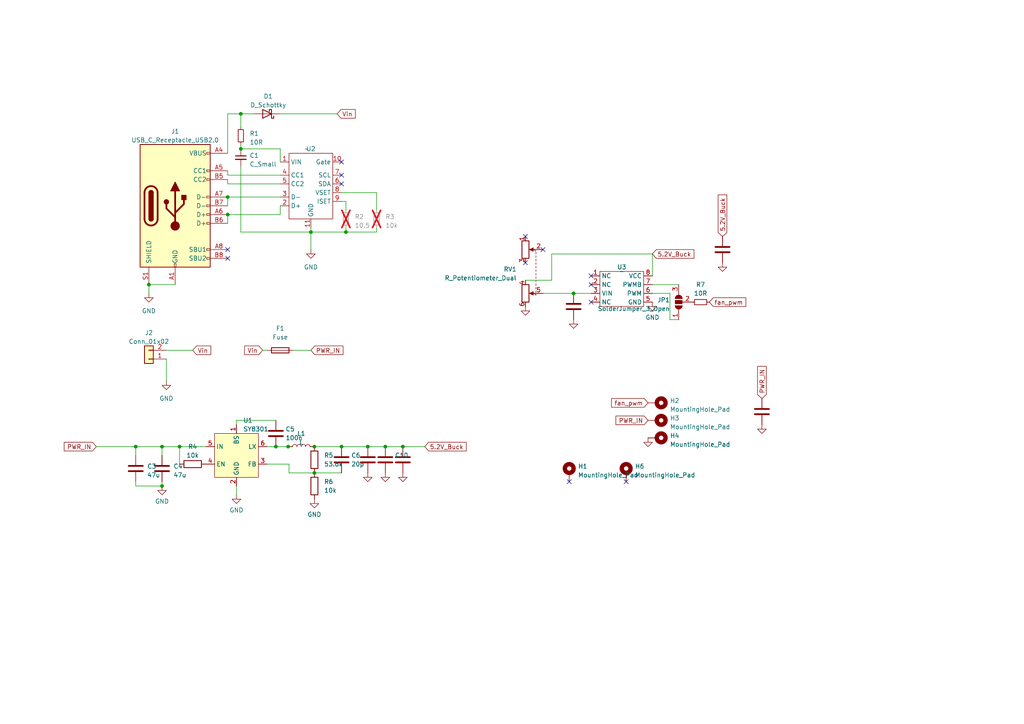
<source format=kicad_sch>
(kicad_sch (version 20230121) (generator eeschema)
  (paper "A4")
  (lib_symbols
    (symbol "0_fan:GP9101"
      (property "Reference" "U" (at 0 7.62 0))
      (symbol "GP9101_0_1"
        (rectangle (start -6.35 3.81) (end 6.35 -6.35))
      )
      (symbol "GP9101_1_1"
        (pin input line (at -8.89 2.54 0) (length 2.54) (name "NC") (number "1"))
        (pin input line (at -8.89 0 0) (length 2.54) (name "NC") (number "2"))
        (pin input line (at -8.89 -2.54 0) (length 2.54) (name "VIN") (number "3"))
        (pin input line (at -8.89 -5.08 0) (length 2.54) (name "NC") (number "4"))
        (pin input line (at 8.89 -5.08 180) (length 2.54) (name "GND") (number "5"))
        (pin input line (at 8.89 -2.54 180) (length 2.54) (name "PWM") (number "6"))
        (pin input line (at 8.89 0 180) (length 2.54) (name "PWMB") (number "7"))
        (pin input line (at 8.89 2.54 180) (length 2.54) (name "VCC") (number "8"))
      )
    )
    (symbol "Connector:USB_C_Receptacle_USB2.0" (pin_names (offset 1.016))
      (property "Reference" "J" (at -10.16 19.05 0))
      (property "Value" "USB_C_Receptacle_USB2.0" (at 19.05 19.05 0))
      (symbol "USB_C_Receptacle_USB2.0_0_0"
        (rectangle (start -0.254 -17.78) (end 0.254 -16.764))
        (rectangle (start 10.16 -14.986) (end 9.144 -15.494))
        (rectangle (start 10.16 -12.446) (end 9.144 -12.954))
        (rectangle (start 10.16 -4.826) (end 9.144 -5.334))
        (rectangle (start 10.16 -2.286) (end 9.144 -2.794))
        (rectangle (start 10.16 0.254) (end 9.144 -0.254))
        (rectangle (start 10.16 2.794) (end 9.144 2.286))
        (rectangle (start 10.16 7.874) (end 9.144 7.366))
        (rectangle (start 10.16 10.414) (end 9.144 9.906))
        (rectangle (start 10.16 15.494) (end 9.144 14.986))
      )
      (symbol "USB_C_Receptacle_USB2.0_0_1"
        (rectangle (start -10.16 17.78) (end 10.16 -17.78) (stroke (width 0.254)) (fill (type background)))
        (arc (start -8.89 -3.81) (mid -6.985 -5.7067) (end -5.08 -3.81) (stroke (width 0.508)))
        (arc (start -7.62 -3.81) (mid -6.985 -4.4423) (end -6.35 -3.81) (stroke (width 0.254)))
        (arc (start -7.62 -3.81) (mid -6.985 -4.4423) (end -6.35 -3.81) (stroke (width 0.254)) (fill (type outline)))
        (rectangle (start -7.62 -3.81) (end -6.35 3.81) (stroke (width 0.254)) (fill (type outline)))
        (arc (start -6.35 3.81) (mid -6.985 4.4423) (end -7.62 3.81) (stroke (width 0.254)))
        (arc (start -6.35 3.81) (mid -6.985 4.4423) (end -7.62 3.81) (stroke (width 0.254)) (fill (type outline)))
        (arc (start -5.08 3.81) (mid -6.985 5.7067) (end -8.89 3.81) (stroke (width 0.508)))
        (circle (center -2.54 1.143) (radius 0.635) (stroke (width 0.254)) (fill (type outline)))
        (circle (center 0 -5.842) (radius 1.27) (fill (type outline)))
        (polyline (pts (xy -8.89 -3.81) (xy -8.89 3.81)) (stroke (width 0.508)))
        (polyline (pts (xy -5.08 3.81) (xy -5.08 -3.81)) (stroke (width 0.508)))
        (polyline (pts (xy 0 -5.842) (xy 0 4.318)) (stroke (width 0.508)))
        (polyline (pts (xy 0 -3.302) (xy -2.54 -0.762) (xy -2.54 0.508)) (stroke (width 0.508)))
        (polyline (pts (xy 0 -2.032) (xy 2.54 0.508) (xy 2.54 1.778)) (stroke (width 0.508)))
        (polyline (pts (xy -1.27 4.318) (xy 0 6.858) (xy 1.27 4.318) (xy -1.27 4.318)) (stroke (width 0.254)) (fill (type outline)))
        (rectangle (start 1.905 1.778) (end 3.175 3.048) (stroke (width 0.254)) (fill (type outline)))
      )
      (symbol "USB_C_Receptacle_USB2.0_1_1"
        (pin passive line (at 0 -22.86 90) (length 5.08) (name "GND") (number "A1"))
        (pin passive line (at 0 -22.86 90) (length 5.08) hide (name "GND") (number "A12"))
        (pin passive line (at 15.24 15.24 180) (length 5.08) (name "VBUS") (number "A4"))
        (pin bidirectional line (at 15.24 10.16 180) (length 5.08) (name "CC1") (number "A5"))
        (pin bidirectional line (at 15.24 -2.54 180) (length 5.08) (name "D+") (number "A6"))
        (pin bidirectional line (at 15.24 2.54 180) (length 5.08) (name "D-") (number "A7"))
        (pin bidirectional line (at 15.24 -12.7 180) (length 5.08) (name "SBU1") (number "A8"))
        (pin passive line (at 15.24 15.24 180) (length 5.08) hide (name "VBUS") (number "A9"))
        (pin passive line (at 0 -22.86 90) (length 5.08) hide (name "GND") (number "B1"))
        (pin passive line (at 0 -22.86 90) (length 5.08) hide (name "GND") (number "B12"))
        (pin passive line (at 15.24 15.24 180) (length 5.08) hide (name "VBUS") (number "B4"))
        (pin bidirectional line (at 15.24 7.62 180) (length 5.08) (name "CC2") (number "B5"))
        (pin bidirectional line (at 15.24 -5.08 180) (length 5.08) (name "D+") (number "B6"))
        (pin bidirectional line (at 15.24 0 180) (length 5.08) (name "D-") (number "B7"))
        (pin bidirectional line (at 15.24 -15.24 180) (length 5.08) (name "SBU2") (number "B8"))
        (pin passive line (at 15.24 15.24 180) (length 5.08) hide (name "VBUS") (number "B9"))
        (pin passive line (at -7.62 -22.86 90) (length 5.08) (name "SHIELD") (number "S1"))
      )
    )
    (symbol "Connector_Generic:Conn_01x02" (pin_names (offset 1.016) hide)
      (property "Reference" "J" (at 0 2.54 0))
      (property "Value" "Conn_01x02" (at 0 -5.08 0))
      (symbol "Conn_01x02_1_1"
        (rectangle (start -1.27 -2.413) (end 0 -2.667) (stroke (width 0.1524)))
        (rectangle (start -1.27 0.127) (end 0 -0.127) (stroke (width 0.1524)))
        (rectangle (start -1.27 1.27) (end 1.27 -3.81) (stroke (width 0.254)) (fill (type background)))
        (pin passive line (at -5.08 0 0) (length 3.81) (name "Pin_1") (number "1"))
        (pin passive line (at -5.08 -2.54 0) (length 3.81) (name "Pin_2") (number "2"))
      )
    )
    (symbol "Device:C" (pin_numbers hide) (pin_names (offset 0.254))
      (property "Reference" "C" (at 0.635 2.54 0))
      (property "Value" "C" (at 0.635 -2.54 0))
      (symbol "C_0_1"
        (polyline (pts (xy -2.032 -0.762) (xy 2.032 -0.762)) (stroke (width 0.508)))
        (polyline (pts (xy -2.032 0.762) (xy 2.032 0.762)) (stroke (width 0.508)))
      )
      (symbol "C_1_1"
        (pin passive line (at 0 3.81 270) (length 2.794) (name "~") (number "1"))
        (pin passive line (at 0 -3.81 90) (length 2.794) (name "~") (number "2"))
      )
    )
    (symbol "Device:C_Small" (pin_numbers hide) (pin_names (offset 0.254) hide)
      (property "Reference" "C" (at 0.254 1.778 0))
      (property "Value" "C_Small" (at 0.254 -2.032 0))
      (symbol "C_Small_0_1"
        (polyline (pts (xy -1.524 -0.508) (xy 1.524 -0.508)) (stroke (width 0.3302)))
        (polyline (pts (xy -1.524 0.508) (xy 1.524 0.508)) (stroke (width 0.3048)))
      )
      (symbol "C_Small_1_1"
        (pin passive line (at 0 2.54 270) (length 2.032) (name "~") (number "1"))
        (pin passive line (at 0 -2.54 90) (length 2.032) (name "~") (number "2"))
      )
    )
    (symbol "Device:D_Schottky" (pin_numbers hide) (pin_names (offset 1.016) hide)
      (property "Reference" "D" (at 0 2.54 0))
      (property "Value" "D_Schottky" (at 0 -2.54 0))
      (symbol "D_Schottky_0_1"
        (polyline (pts (xy 1.27 0) (xy -1.27 0)))
        (polyline (pts (xy 1.27 1.27) (xy 1.27 -1.27) (xy -1.27 0) (xy 1.27 1.27)) (stroke (width 0.254)))
        (polyline (pts (xy -1.905 0.635) (xy -1.905 1.27) (xy -1.27 1.27) (xy -1.27 -1.27) (xy -0.635 -1.27) (xy -0.635 -0.635)) (stroke (width 0.254)))
      )
      (symbol "D_Schottky_1_1"
        (pin passive line (at -3.81 0 0) (length 2.54) (name "K") (number "1"))
        (pin passive line (at 3.81 0 180) (length 2.54) (name "A") (number "2"))
      )
    )
    (symbol "Device:Fuse" (pin_numbers hide) (pin_names (offset 0))
      (property "Reference" "F" (at 2.032 0 90))
      (property "Value" "Fuse" (at -1.905 0 90))
      (symbol "Fuse_0_1"
        (rectangle (start -0.762 -2.54) (end 0.762 2.54) (stroke (width 0.254)))
        (polyline (pts (xy 0 2.54) (xy 0 -2.54)))
      )
      (symbol "Fuse_1_1"
        (pin passive line (at 0 3.81 270) (length 1.27) (name "~") (number "1"))
        (pin passive line (at 0 -3.81 90) (length 1.27) (name "~") (number "2"))
      )
    )
    (symbol "Device:L" (pin_numbers hide) (pin_names (offset 1.016) hide)
      (property "Reference" "L" (at -1.27 0 90))
      (property "Value" "L" (at 1.905 0 90))
      (symbol "L_0_1"
        (arc (start 0 -2.54) (mid 0.6323 -1.905) (end 0 -1.27))
        (arc (start 0 -1.27) (mid 0.6323 -0.635) (end 0 0))
        (arc (start 0 0) (mid 0.6323 0.635) (end 0 1.27))
        (arc (start 0 1.27) (mid 0.6323 1.905) (end 0 2.54))
      )
      (symbol "L_1_1"
        (pin passive line (at 0 3.81 270) (length 1.27) (name "1") (number "1"))
        (pin passive line (at 0 -3.81 90) (length 1.27) (name "2") (number "2"))
      )
    )
    (symbol "Device:R" (pin_numbers hide) (pin_names (offset 0))
      (property "Reference" "R" (at 2.032 0 90))
      (property "Value" "R" (at 0 0 90))
      (symbol "R_0_1"
        (rectangle (start -1.016 -2.54) (end 1.016 2.54) (stroke (width 0.254)))
      )
      (symbol "R_1_1"
        (pin passive line (at 0 3.81 270) (length 1.27) (name "~") (number "1"))
        (pin passive line (at 0 -3.81 90) (length 1.27) (name "~") (number "2"))
      )
    )
    (symbol "Device:R_Potentiometer_Dual" (pin_names (offset 1.016) hide)
      (property "Reference" "RV" (at 0 3.81 0))
      (property "Value" "R_Potentiometer_Dual" (at 0 1.905 0))
      (symbol "R_Potentiometer_Dual_0_1"
        (rectangle (start -8.89 -1.524) (end -3.81 -3.556) (stroke (width 0.254)))
        (polyline (pts (xy -6.35 0) (xy -6.35 -1.016)))
        (polyline (pts (xy -6.35 0) (xy -6.35 -1.016)))
        (polyline (pts (xy -6.35 0) (xy -5.842 0.508)))
        (polyline (pts (xy -5.588 0.508) (xy -5.08 0.508)))
        (polyline (pts (xy -4.572 0.508) (xy -4.064 0.508)))
        (polyline (pts (xy -3.556 0.508) (xy -3.048 0.508)))
        (polyline (pts (xy -2.54 0.508) (xy -2.032 0.508)))
        (polyline (pts (xy -1.524 0.508) (xy -1.016 0.508)))
        (polyline (pts (xy -0.508 0.508) (xy 0 0.508)))
        (polyline (pts (xy 0.508 0.508) (xy 1.016 0.508)))
        (polyline (pts (xy 1.524 0.508) (xy 2.032 0.508)))
        (polyline (pts (xy 2.54 0.508) (xy 3.048 0.508)))
        (polyline (pts (xy 3.556 0.508) (xy 4.064 0.508)))
        (polyline (pts (xy 4.572 0.508) (xy 5.08 0.508)))
        (polyline (pts (xy 5.588 0.508) (xy 6.096 0.508)))
        (polyline (pts (xy 6.35 0) (xy 6.35 -1.016)))
        (polyline (pts (xy 6.35 0) (xy 6.35 -1.016)))
        (polyline (pts (xy 6.604 0.508) (xy 6.858 0.508) (xy 6.35 0)))
        (polyline (pts (xy -6.35 -1.397) (xy -6.858 -0.254) (xy -5.842 -0.254) (xy -6.35 -1.397)) (fill (type outline)))
        (polyline (pts (xy 6.35 -1.397) (xy 5.842 -0.254) (xy 6.858 -0.254) (xy 6.35 -1.397)) (fill (type outline)))
        (rectangle (start 3.81 -1.524) (end 8.89 -3.556) (stroke (width 0.254)))
      )
      (symbol "R_Potentiometer_Dual_1_1"
        (pin passive line (at -10.16 -2.54 0) (length 1.27) (name "1") (number "1"))
        (pin passive line (at -6.35 2.54 270) (length 2.54) (name "2") (number "2"))
        (pin passive line (at -2.54 -2.54 180) (length 1.27) (name "3") (number "3"))
        (pin passive line (at 2.54 -2.54 0) (length 1.27) (name "4") (number "4"))
        (pin passive line (at 6.35 2.54 270) (length 2.54) (name "5") (number "5"))
        (pin passive line (at 10.16 -2.54 180) (length 1.27) (name "6") (number "6"))
      )
    )
    (symbol "Device:R_Small" (pin_numbers hide) (pin_names (offset 0.254) hide)
      (property "Reference" "R" (at 0.762 0.508 0))
      (property "Value" "R_Small" (at 0.762 -1.016 0))
      (symbol "R_Small_0_1"
        (rectangle (start -0.762 1.778) (end 0.762 -1.778) (stroke (width 0.2032)))
      )
      (symbol "R_Small_1_1"
        (pin passive line (at 0 2.54 270) (length 0.762) (name "~") (number "1"))
        (pin passive line (at 0 -2.54 90) (length 0.762) (name "~") (number "2"))
      )
    )
    (symbol "HUSB238_1"
      (property "Reference" "U" (at -1.27 7.62 0))
      (symbol "HUSB238_1_0_1"
        (rectangle (start -6.35 6.35) (end 6.35 -12.7))
      )
      (symbol "HUSB238_1_1_1"
        (pin input line (at -8.89 3.81 0) (length 2.54) (name "VIN") (number "1"))
        (pin input line (at 8.89 3.81 180) (length 2.54) (name "Gate") (number "10"))
        (pin input line (at 0 -15.24 90) (length 2.54) (name "GND") (number "11"))
        (pin input line (at -8.89 -8.89 0) (length 2.54) (name "D+") (number "2"))
        (pin input line (at -8.89 -6.35 0) (length 2.54) (name "D-") (number "3"))
        (pin input line (at -8.89 0 0) (length 2.54) (name "CC1") (number "4"))
        (pin input line (at -8.89 -2.54 0) (length 2.54) (name "CC2") (number "5"))
        (pin input line (at 8.89 -2.54 180) (length 2.54) (name "SDA") (number "6"))
        (pin input line (at 8.89 0 180) (length 2.54) (name "SCL") (number "7"))
        (pin input line (at 8.89 -5.08 180) (length 2.54) (name "VSET") (number "8"))
        (pin input line (at 8.89 -7.62 180) (length 2.54) (name "ISET") (number "9"))
      )
    )
    (symbol "Jumper:SolderJumper_3_Open" (pin_names (offset 0) hide)
      (property "Reference" "JP" (at -2.54 -2.54 0))
      (property "Value" "SolderJumper_3_Open" (at 0 2.794 0))
      (symbol "SolderJumper_3_Open_0_1"
        (arc (start -1.016 1.016) (mid -2.0276 0) (end -1.016 -1.016))
        (arc (start -1.016 1.016) (mid -2.0276 0) (end -1.016 -1.016) (fill (type outline)))
        (rectangle (start -0.508 1.016) (end 0.508 -1.016) (fill (type outline)))
        (polyline (pts (xy -2.54 0) (xy -2.032 0)))
        (polyline (pts (xy -1.016 1.016) (xy -1.016 -1.016)))
        (polyline (pts (xy 0 -1.27) (xy 0 -1.016)))
        (polyline (pts (xy 1.016 1.016) (xy 1.016 -1.016)))
        (polyline (pts (xy 2.54 0) (xy 2.032 0)))
        (arc (start 1.016 -1.016) (mid 2.0276 0) (end 1.016 1.016))
        (arc (start 1.016 -1.016) (mid 2.0276 0) (end 1.016 1.016) (fill (type outline)))
      )
      (symbol "SolderJumper_3_Open_1_1"
        (pin passive line (at -5.08 0 0) (length 2.54) (name "A") (number "1"))
        (pin passive line (at 0 -3.81 90) (length 2.54) (name "C") (number "2"))
        (pin passive line (at 5.08 0 180) (length 2.54) (name "B") (number "3"))
      )
    )
    (symbol "Mechanical:MountingHole_Pad" (pin_numbers hide) (pin_names (offset 1.016) hide)
      (property "Reference" "H" (at 0 6.35 0))
      (property "Value" "MountingHole_Pad" (at 0 4.445 0))
      (symbol "MountingHole_Pad_0_1"
        (circle (center 0 1.27) (radius 1.27) (stroke (width 1.27)))
      )
      (symbol "MountingHole_Pad_1_1"
        (pin input line (at 0 -2.54 90) (length 2.54) (name "1") (number "1"))
      )
    )
    (symbol "SY8301_2"
      (property "Reference" "U" (at 0 0 0))
      (property "Value" "SY8301" (at 0 0 0))
      (symbol "SY8301_2_0_1"
        (rectangle (start -6.35 6.35) (end 6.35 -6.35) (fill (type background)))
      )
      (symbol "SY8301_2_1_1"
        (pin input line (at 0 8.89 270) (length 2.54) (name "BS") (number "1"))
        (pin input line (at 0 -8.89 90) (length 2.54) (name "GND") (number "2"))
        (pin input line (at 8.89 -2.54 180) (length 2.54) (name "FB") (number "3"))
        (pin input line (at -8.89 -2.54 0) (length 2.54) (name "EN") (number "4"))
        (pin input line (at -8.89 2.54 0) (length 2.54) (name "IN") (number "5"))
        (pin input line (at 8.89 2.54 180) (length 2.54) (name "LX") (number "6"))
      )
    )
    (symbol "power:GND" (power) (pin_names (offset 0))
      (property "Value" "GND" (at 0 -3.81 0))
      (symbol "GND_0_1"
        (polyline (pts (xy 0 0) (xy 0 -1.27) (xy 1.27 -1.27) (xy 0 -2.54) (xy -1.27 -1.27) (xy 0 -1.27)))
      )
      (symbol "GND_1_1"
        (pin power_in line (at 0 0 270) (length 0) hide (name "GND") (number "1"))
      )
    )
  )
  (junction (at 91.186 129.54))
  (junction (at 80.01 129.54))
  (junction (at 106.68 129.54))
  (junction (at 66.04 57.15))
  (junction (at 52.07 129.54))
  (junction (at 99.06 129.54))
  (junction (at 46.99 140.97))
  (junction (at 69.85 33.02))
  (junction (at 46.99 129.54))
  (junction (at 39.37 129.54))
  (junction (at 90.17 67.31))
  (junction (at 91.186 137.16))
  (junction (at 66.04 62.23))
  (junction (at 69.85 43.18))
  (junction (at 111.76 129.54))
  (junction (at 83.566 129.54))
  (junction (at 100.33 67.31))
  (junction (at 116.84 129.54))
  (junction (at 166.37 85.09))
  (junction (at 43.18 82.55))
  (no_connect (at 152.4 76.2))
  (no_connect (at 171.45 80.01))
  (no_connect (at 66.04 72.39))
  (no_connect (at 99.06 50.8))
  (no_connect (at 181.61 139.7))
  (no_connect (at 66.04 74.93))
  (no_connect (at 99.06 46.99))
  (no_connect (at 157.48 72.39))
  (no_connect (at 99.06 53.34))
  (no_connect (at 171.45 87.63))
  (no_connect (at 165.1 139.7))
  (no_connect (at 171.45 82.55))
  (no_connect (at 152.4 68.58))
  (wire (pts (xy 69.85 41.91) (xy 69.85 43.18)))
  (wire (pts (xy 194.31 85.09) (xy 194.31 92.71)))
  (wire (pts (xy 66.04 53.34) (xy 81.28 53.34)))
  (wire (pts (xy 99.06 58.42) (xy 100.33 58.42)))
  (wire (pts (xy 81.28 62.23) (xy 81.28 59.69)))
  (wire (pts (xy 83.566 129.54) (xy 80.01 129.54)))
  (wire (pts (xy 77.47 134.62) (xy 83.82 134.62)))
  (wire (pts (xy 66.04 57.15) (xy 66.04 59.69)))
  (wire (pts (xy 166.37 85.09) (xy 171.45 85.09)))
  (wire (pts (xy 66.04 33.02) (xy 69.85 33.02)))
  (wire (pts (xy 83.82 137.16) (xy 91.186 137.16)))
  (wire (pts (xy 46.99 129.54) (xy 52.07 129.54)))
  (wire (pts (xy 90.17 67.31) (xy 90.17 66.04)))
  (wire (pts (xy 91.186 137.16) (xy 99.06 137.16)))
  (wire (pts (xy 109.22 67.31) (xy 109.22 66.04)))
  (wire (pts (xy 39.37 132.08) (xy 39.37 129.54)))
  (wire (pts (xy 106.68 129.54) (xy 111.76 129.54)))
  (wire (pts (xy 189.23 82.55) (xy 196.85 82.55)))
  (wire (pts (xy 69.85 33.02) (xy 69.85 36.83)))
  (wire (pts (xy 46.99 139.7) (xy 46.99 140.97)))
  (wire (pts (xy 73.66 33.02) (xy 69.85 33.02)))
  (wire (pts (xy 76.2 101.6) (xy 77.47 101.6)))
  (wire (pts (xy 46.99 140.97) (xy 39.37 140.97)))
  (wire (pts (xy 83.82 134.62) (xy 83.82 137.16)))
  (wire (pts (xy 46.99 132.08) (xy 46.99 129.54)))
  (wire (pts (xy 27.94 129.54) (xy 39.37 129.54)))
  (wire (pts (xy 66.04 57.15) (xy 81.28 57.15)))
  (wire (pts (xy 99.06 129.54) (xy 106.68 129.54)))
  (wire (pts (xy 48.26 101.6) (xy 55.88 101.6)))
  (wire (pts (xy 90.17 72.39) (xy 90.17 67.31)))
  (wire (pts (xy 90.17 67.31) (xy 100.33 67.31)))
  (wire (pts (xy 116.84 129.54) (xy 123.19 129.54)))
  (wire (pts (xy 99.06 55.88) (xy 109.22 55.88)))
  (wire (pts (xy 189.23 73.66) (xy 189.23 80.01)))
  (wire (pts (xy 66.04 62.23) (xy 66.04 64.77)))
  (wire (pts (xy 80.01 129.54) (xy 77.47 129.54)))
  (wire (pts (xy 97.79 33.02) (xy 81.28 33.02)))
  (wire (pts (xy 69.85 48.26) (xy 69.85 67.31)))
  (wire (pts (xy 99.06 129.54) (xy 91.186 129.54)))
  (wire (pts (xy 52.07 129.54) (xy 52.07 134.62)))
  (wire (pts (xy 43.18 85.09) (xy 43.18 82.55)))
  (wire (pts (xy 81.28 43.18) (xy 81.28 46.99)))
  (wire (pts (xy 69.85 67.31) (xy 90.17 67.31)))
  (wire (pts (xy 83.82 129.54) (xy 83.566 129.54)))
  (wire (pts (xy 100.33 67.31) (xy 109.22 67.31)))
  (wire (pts (xy 100.33 58.42) (xy 100.33 60.96)))
  (wire (pts (xy 160.02 73.66) (xy 189.23 73.66)))
  (wire (pts (xy 160.02 81.28) (xy 160.02 73.66)))
  (wire (pts (xy 66.04 53.34) (xy 66.04 52.07)))
  (wire (pts (xy 194.31 92.71) (xy 196.85 92.71)))
  (wire (pts (xy 66.04 50.8) (xy 81.28 50.8)))
  (wire (pts (xy 111.76 129.54) (xy 116.84 129.54)))
  (wire (pts (xy 109.22 55.88) (xy 109.22 60.96)))
  (wire (pts (xy 152.4 81.28) (xy 160.02 81.28)))
  (wire (pts (xy 39.37 139.7) (xy 39.37 140.97)))
  (wire (pts (xy 100.33 67.31) (xy 100.33 66.04)))
  (wire (pts (xy 189.23 85.09) (xy 194.31 85.09)))
  (wire (pts (xy 39.37 129.54) (xy 46.99 129.54)))
  (wire (pts (xy 52.07 129.54) (xy 59.69 129.54)))
  (wire (pts (xy 48.26 110.49) (xy 48.26 104.14)))
  (wire (pts (xy 43.18 82.55) (xy 50.8 82.55)))
  (wire (pts (xy 85.09 101.6) (xy 90.17 101.6)))
  (wire (pts (xy 66.04 50.8) (xy 66.04 49.53)))
  (wire (pts (xy 68.58 123.19) (xy 68.58 121.92)))
  (wire (pts (xy 66.04 62.23) (xy 81.28 62.23)))
  (wire (pts (xy 157.48 85.09) (xy 166.37 85.09)))
  (wire (pts (xy 68.58 143.51) (xy 68.58 140.97)))
  (wire (pts (xy 69.85 43.18) (xy 81.28 43.18)))
  (wire (pts (xy 68.58 121.92) (xy 80.01 121.92)))
  (wire (pts (xy 66.04 33.02) (xy 66.04 44.45)))
  (global_label "PWR_IN" (shape input) (at 27.94 129.54 180) (property "Intersheetrefs" "${INTERSHEET_REFS}" (effects hide)))
  (global_label "Vin" (shape input) (at 76.2 101.6 180) (property "Intersheetrefs" "${INTERSHEET_REFS}" (effects hide)))
  (global_label "PWR_IN" (shape input) (at 187.96 121.92 180) (property "Intersheetrefs" "${INTERSHEET_REFS}" (effects hide)))
  (global_label "5.2V_Buck" (shape input) (at 123.19 129.54 0) (property "Intersheetrefs" "${INTERSHEET_REFS}" (effects hide)))
  (global_label "5.2V_Buck" (shape input) (at 189.23 73.66 0) (property "Intersheetrefs" "${INTERSHEET_REFS}" (effects hide)))
  (global_label "PWR_IN" (shape input) (at 220.98 115.57 90) (property "Intersheetrefs" "${INTERSHEET_REFS}" (effects hide)))
  (global_label "Vin" (shape input) (at 97.79 33.02 0) (property "Intersheetrefs" "${INTERSHEET_REFS}" (effects hide)))
  (global_label "Vin" (shape input) (at 55.88 101.6 0) (property "Intersheetrefs" "${INTERSHEET_REFS}" (effects hide)))
  (global_label "5.2V_Buck" (shape input) (at 209.55 68.58 90) (property "Intersheetrefs" "${INTERSHEET_REFS}" (effects hide)))
  (global_label "fan_pwm" (shape input) (at 205.74 87.63 0) (property "Intersheetrefs" "${INTERSHEET_REFS}" (effects hide)))
  (global_label "PWR_IN" (shape input) (at 90.17 101.6 0) (property "Intersheetrefs" "${INTERSHEET_REFS}" (effects hide)))
  (global_label "fan_pwm" (shape input) (at 187.96 116.84 180) (property "Intersheetrefs" "${INTERSHEET_REFS}" (effects hide)))
  (symbol (lib_id "Device:R_Small") (at 100.33 63.5 0) (unit 1) (dnp yes)
    (property "Reference" "R2" (at 102.87 62.865 0) (effects (justify left)))
    (property "Value" "10.5" (at 102.87 65.405 0) (effects (justify left)))
    (property "Footprint" "Resistor_SMD:R_0603_1608Metric" (effects hide))
  )
  (symbol (lib_id "Mechanical:MountingHole_Pad") (at 190.5 127 270) (unit 1)
    (property "Reference" "H4" (at 194.31 126.365 90) (effects (justify left)))
    (property "Value" "MountingHole_Pad" (at 194.31 128.905 90) (effects (justify left)))
    (property "Footprint" "0_fan:pad" (effects hide))
  )
  (symbol (lib_id "Mechanical:MountingHole_Pad") (at 190.5 116.84 270) (unit 1)
    (property "Reference" "H2" (at 194.31 116.205 90) (effects (justify left)))
    (property "Value" "MountingHole_Pad" (at 194.31 118.745 90) (effects (justify left)))
    (property "Footprint" "0_fan:pad" (effects hide))
  )
  (symbol (lib_id "Device:C") (at 116.84 133.35 0) (unit 1)
    (property "Reference" "C11" (effects hide))
    (property "Footprint" "Capacitor_SMD:C_1206_3216Metric" (effects hide))
  )
  (symbol (lib_id "Device:R") (at 91.186 133.35 0) (unit 1)
    (property "Reference" "R5" (at 93.98 132.0799 0) (effects (justify left)))
    (property "Value" "53.6k" (at 93.98 134.6199 0) (effects (justify left)))
    (property "Footprint" "Resistor_SMD:R_0603_1608Metric" (effects hide))
  )
  (symbol (lib_id "power:GND") (at 209.55 76.2 0) (unit 1)
    (property "Reference" "#PWR09" (effects hide))
    (property "Value" "GND" (effects hide))
  )
  (symbol (lib_id "0_fan:GP9101") (at 180.34 82.55 0) (unit 1)
    (property "Reference" "U3" (at 180.34 77.47 0))
    (property "Value" "~" (at 180.34 78.74 0))
    (property "Footprint" "Package_SO:SOP-8_3.9x4.9mm_P1.27mm" (effects hide))
  )
  (symbol (lib_id "power:GND") (at 91.186 144.78 0) (unit 1)
    (property "Reference" "#PWR08" (effects hide))
    (property "Value" "GND" (at 91.186 149.225 0))
  )
  (symbol (lib_id "Device:C") (at 80.01 125.73 0) (unit 1)
    (property "Reference" "C5" (at 82.804 124.46 0) (effects (justify left)))
    (property "Value" "100n" (at 82.804 127 0) (effects (justify left)))
    (property "Footprint" "Capacitor_SMD:C_0603_1608Metric" (effects hide))
  )
  (symbol (lib_id "Device:C") (at 106.68 133.35 0) (unit 1)
    (property "Reference" "C9" (effects hide))
    (property "Footprint" "Capacitor_SMD:C_1206_3216Metric" (effects hide))
  )
  (symbol (lib_id "Connector:USB_C_Receptacle_USB2.0") (at 50.8 59.69 0) (unit 1)
    (property "Reference" "J1" (at 50.8 38.1 0))
    (property "Value" "USB_C_Receptacle_USB2.0" (at 50.8 40.64 0))
    (property "Footprint" "Connector_USB:USB_C_Receptacle_Palconn_UTC16-G" (effects hide))
    (property "Datasheet" "https://www.usb.org/sites/default/files/documents/usb_type-c.zip" (effects hide))
  )
  (symbol (lib_id "Jumper:SolderJumper_3_Open") (at 196.85 87.63 90) (unit 1)
    (property "Reference" "JP1" (at 194.31 86.995 90) (effects (justify left)))
    (property "Value" "SolderJumper_3_Open" (at 194.31 89.535 90) (effects (justify left)))
    (property "Footprint" "Jumper:SolderJumper-3_P2.0mm_Open_TrianglePad1.0x1.5mm_NumberLabels" (effects hide))
  )
  (symbol (lib_id "Device:D_Schottky") (at 77.47 33.02 180) (unit 1)
    (property "Reference" "D1" (at 77.7875 27.94 0))
    (property "Value" "D_Schottky" (at 77.7875 30.48 0))
    (property "Footprint" "Diode_SMD:D_SMF" (effects hide))
  )
  (symbol (lib_id "Device:R_Small") (at 69.85 39.37 0) (unit 1)
    (property "Reference" "R1" (at 72.39 38.735 0) (effects (justify left)))
    (property "Value" "10R" (at 72.39 41.275 0) (effects (justify left)))
    (property "Footprint" "Resistor_SMD:R_0603_1608Metric" (effects hide))
  )
  (symbol (lib_id "Device:L") (at 87.376 129.54 90) (unit 1)
    (property "Reference" "L1" (at 87.376 125.73 90))
    (property "Value" "L" (at 87.376 128.27 90))
    (property "Footprint" "Inductor_SMD:L_Bourns-SRN4018" (effects hide))
  )
  (symbol (lib_id "power:GND") (at 48.26 110.49 0) (unit 1)
    (property "Reference" "#PWR03" (effects hide))
    (property "Value" "GND" (at 48.26 115.57 0))
  )
  (symbol (lib_id "Device:C") (at 220.98 119.38 0) (unit 1)
    (property "Reference" "C7" (effects hide))
    (property "Footprint" "Capacitor_SMD:C_0603_1608Metric" (effects hide))
  )
  (symbol (lib_id "Connector_Generic:Conn_01x02") (at 43.18 104.14 180) (unit 1)
    (property "Reference" "J2" (at 43.18 96.52 0))
    (property "Value" "Conn_01x02" (at 43.18 99.06 0))
    (property "Footprint" "Connector_AMASS:AMASS_XT30PW-M_1x02_P2.50mm_Horizontal" (effects hide))
  )
  (symbol (lib_id "power:GND") (at 46.99 140.97 0) (unit 1)
    (property "Reference" "#PWR06" (effects hide))
    (property "Value" "GND" (at 46.99 145.415 0))
  )
  (symbol (lib_id "Mechanical:MountingHole_Pad") (at 181.61 137.16 0) (unit 1)
    (property "Reference" "H6" (at 184.15 135.255 0) (effects (justify left)))
    (property "Value" "MountingHole_Pad" (at 184.15 137.795 0) (effects (justify left)))
    (property "Footprint" "MountingHole:MountingHole_4.5mm_Pad_Via" (effects hide))
  )
  (symbol (lib_id "Device:R") (at 55.88 134.62 90) (unit 1)
    (property "Reference" "R4" (at 55.88 129.54 90))
    (property "Value" "10k" (at 55.88 132.08 90))
    (property "Footprint" "Resistor_SMD:R_0603_1608Metric" (effects hide))
  )
  (symbol (lib_id "power:GND") (at 116.84 137.16 0) (unit 1)
    (property "Reference" "#PWR013" (effects hide))
    (property "Value" "GND" (effects hide))
  )
  (symbol (lib_id "power:GND") (at 220.98 123.19 0) (unit 1)
    (property "Reference" "#PWR010" (effects hide))
    (property "Value" "GND" (effects hide))
  )
  (symbol (lib_id "power:GND") (at 43.18 85.09 0) (unit 1)
    (property "Reference" "#PWR01" (effects hide))
    (property "Value" "GND" (at 43.18 90.17 0))
  )
  (symbol (lib_id "Device:R_Small") (at 203.2 87.63 90) (unit 1)
    (property "Reference" "R7" (at 203.2 82.55 90))
    (property "Value" "10R" (at 203.2 85.09 90))
    (property "Footprint" "Resistor_SMD:R_0603_1608Metric" (effects hide))
  )
  (symbol (lib_name "HUSB238_1") (lib_id "0_fan:HUSB238") (at 90.17 50.8 0) (unit 1)
    (property "Reference" "U2" (at 90.17 43.18 0))
    (property "Value" "~" (at 88.9 43.18 0))
    (property "Footprint" "Package_DFN_QFN:DFN-10-1EP_3x3mm_P0.5mm_EP1.55x2.48mm" (effects hide))
  )
  (symbol (lib_id "power:GND") (at 189.23 87.63 0) (unit 1)
    (property "Reference" "#PWR05" (effects hide))
    (property "Value" "GND" (at 189.23 92.075 0))
  )
  (symbol (lib_id "Device:C") (at 99.06 133.35 0) (unit 1)
    (property "Reference" "C6" (at 101.854 132.08 0) (effects (justify left)))
    (property "Value" "20p" (at 101.854 134.62 0) (effects (justify left)))
    (property "Footprint" "Capacitor_SMD:C_0603_1608Metric" (effects hide))
  )
  (symbol (lib_name "SY8301_2") (lib_id "0_RM2023:SY8301") (at 68.58 132.08 0) (unit 1)
    (property "Reference" "U1" (at 70.5359 121.92 0) (effects (justify left)))
    (property "Value" "SY8301" (at 70.5359 124.46 0) (effects (justify left)))
    (property "Footprint" "Package_TO_SOT_SMD:SOT-23-6" (effects hide))
  )
  (symbol (lib_id "power:GND") (at 90.17 72.39 0) (unit 1)
    (property "Reference" "#PWR02" (effects hide))
    (property "Value" "GND" (at 90.17 77.47 0))
  )
  (symbol (lib_id "Mechanical:MountingHole_Pad") (at 165.1 137.16 0) (unit 1)
    (property "Reference" "H1" (at 167.64 135.255 0) (effects (justify left)))
    (property "Value" "MountingHole_Pad" (at 167.64 137.795 0) (effects (justify left)))
    (property "Footprint" "MountingHole:MountingHole_4.5mm_Pad_Via" (effects hide))
  )
  (symbol (lib_id "power:GND") (at 187.96 127 0) (unit 1)
    (property "Reference" "#PWR014" (effects hide))
    (property "Value" "GND" (effects hide))
  )
  (symbol (lib_id "Device:Fuse") (at 81.28 101.6 90) (unit 1)
    (property "Reference" "F1" (at 81.28 95.25 90))
    (property "Value" "Fuse" (at 81.28 97.79 90))
    (property "Footprint" "Fuse:Fuse_1210_3225Metric" (effects hide))
  )
  (symbol (lib_id "Device:C") (at 46.99 135.89 0) (unit 1)
    (property "Reference" "C4" (at 50.292 135.255 0) (effects (justify left)))
    (property "Value" "47u" (at 50.292 137.795 0) (effects (justify left)))
    (property "Footprint" "Capacitor_SMD:C_1206_3216Metric" (effects hide))
  )
  (symbol (lib_id "Device:R_Potentiometer_Dual") (at 154.94 78.74 270) (unit 1)
    (property "Reference" "RV1" (at 149.86 78.105 90) (effects (justify right)))
    (property "Value" "R_Potentiometer_Dual" (at 149.86 80.645 90) (effects (justify right)))
    (property "Footprint" "Potentiometer_THT:Potentiometer_Alps_RK097_Dual_Horizontal" (effects hide))
  )
  (symbol (lib_id "Device:C") (at 166.37 88.9 0) (unit 1)
    (property "Reference" "C8" (effects hide))
    (property "Footprint" "Capacitor_SMD:C_0603_1608Metric" (effects hide))
  )
  (symbol (lib_id "Device:R_Small") (at 109.22 63.5 0) (unit 1) (dnp yes)
    (property "Reference" "R3" (at 111.76 62.865 0) (effects (justify left)))
    (property "Value" "10k" (at 111.76 65.405 0) (effects (justify left)))
    (property "Footprint" "Resistor_SMD:R_0603_1608Metric" (effects hide))
  )
  (symbol (lib_id "Device:C") (at 39.37 135.89 0) (unit 1)
    (property "Reference" "C3" (at 42.672 135.255 0) (effects (justify left)))
    (property "Value" "47u" (at 42.672 137.795 0) (effects (justify left)))
    (property "Footprint" "Capacitor_SMD:C_1206_3216Metric" (effects hide))
  )
  (symbol (lib_id "Mechanical:MountingHole_Pad") (at 190.5 121.92 270) (unit 1)
    (property "Reference" "H3" (at 194.31 121.285 90) (effects (justify left)))
    (property "Value" "MountingHole_Pad" (at 194.31 123.825 90) (effects (justify left)))
    (property "Footprint" "0_fan:pad" (effects hide))
  )
  (symbol (lib_id "power:GND") (at 111.76 137.16 0) (unit 1)
    (property "Reference" "#PWR012" (effects hide))
    (property "Value" "GND" (effects hide))
  )
  (symbol (lib_id "Device:C") (at 209.55 72.39 0) (unit 1)
    (property "Reference" "C2" (effects hide))
    (property "Footprint" "Capacitor_SMD:C_0603_1608Metric" (effects hide))
  )
  (symbol (lib_id "power:GND") (at 152.4 88.9 0) (unit 1)
    (property "Reference" "#PWR016" (effects hide))
    (property "Value" "GND" (effects hide))
  )
  (symbol (lib_id "power:GND") (at 166.37 92.71 0) (unit 1)
    (property "Reference" "#PWR015" (effects hide))
    (property "Value" "GND" (effects hide))
  )
  (symbol (lib_id "power:GND") (at 106.68 137.16 0) (unit 1)
    (property "Reference" "#PWR011" (effects hide))
    (property "Value" "GND" (effects hide))
  )
  (symbol (lib_id "power:GND") (at 68.58 143.51 0) (unit 1)
    (property "Reference" "#PWR07" (effects hide))
    (property "Value" "GND" (at 68.58 147.955 0))
  )
  (symbol (lib_id "Device:C_Small") (at 69.85 45.72 0) (unit 1)
    (property "Reference" "C1" (at 72.39 45.0913 0) (effects (justify left)))
    (property "Value" "C_Small" (at 72.39 47.6313 0) (effects (justify left)))
    (property "Footprint" "Capacitor_SMD:C_0603_1608Metric" (effects hide))
  )
  (symbol (lib_id "Device:R") (at 91.186 140.97 0) (unit 1)
    (property "Reference" "R6" (at 93.98 139.6999 0) (effects (justify left)))
    (property "Value" "10k" (at 93.98 142.2399 0) (effects (justify left)))
    (property "Footprint" "Resistor_SMD:R_0603_1608Metric" (effects hide))
  )
  (symbol (lib_id "Device:C") (at 111.76 133.35 0) (unit 1)
    (property "Reference" "C10" (at 114.554 132.08 0) (effects (justify left)))
    (property "Footprint" "Capacitor_SMD:C_1206_3216Metric" (effects hide))
  )
)
</source>
